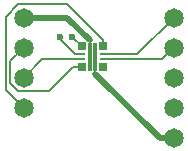
<source format=gbr>
%TF.GenerationSoftware,KiCad,Pcbnew,8.0.6*%
%TF.CreationDate,2025-01-14T14:57:28-07:00*%
%TF.ProjectId,IdealDiodeBoard,49646561-6c44-4696-9f64-65426f617264,rev?*%
%TF.SameCoordinates,Original*%
%TF.FileFunction,Copper,L2,Bot*%
%TF.FilePolarity,Positive*%
%FSLAX46Y46*%
G04 Gerber Fmt 4.6, Leading zero omitted, Abs format (unit mm)*
G04 Created by KiCad (PCBNEW 8.0.6) date 2025-01-14 14:57:28*
%MOMM*%
%LPD*%
G01*
G04 APERTURE LIST*
G04 Aperture macros list*
%AMFreePoly0*
4,1,5,0.300000,-0.325000,-0.300000,-0.325000,-0.300000,0.325000,0.300000,0.325000,0.300000,-0.325000,0.300000,-0.325000,$1*%
G04 Aperture macros list end*
%TA.AperFunction,ComponentPad*%
%ADD10C,1.650000*%
%TD*%
%TA.AperFunction,SMDPad,CuDef*%
%ADD11FreePoly0,0.000000*%
%TD*%
%TA.AperFunction,SMDPad,CuDef*%
%ADD12R,0.599999X0.249999*%
%TD*%
%TA.AperFunction,SMDPad,CuDef*%
%ADD13R,0.299999X2.400000*%
%TD*%
%TA.AperFunction,ViaPad*%
%ADD14C,0.600000*%
%TD*%
%TA.AperFunction,Conductor*%
%ADD15C,0.500000*%
%TD*%
%TA.AperFunction,Conductor*%
%ADD16C,0.200000*%
%TD*%
G04 APERTURE END LIST*
D10*
%TO.P,J1,1*%
%TO.N,/OUT*%
X134620000Y-99060000D03*
%TO.P,J1,2*%
%TO.N,/PGTH*%
X134620000Y-96520000D03*
%TO.P,J1,3*%
%TO.N,/PG*%
X134620000Y-93980000D03*
%TO.P,J1,4*%
%TO.N,/IMON*%
X134620000Y-91440000D03*
%TO.P,J1,5*%
%TO.N,/GND*%
X134620000Y-88900000D03*
%TD*%
%TO.P,J2,1*%
%TO.N,/dVdt*%
X121920000Y-96520000D03*
%TO.P,J2,2*%
%TO.N,/OVLO*%
X121920000Y-93980000D03*
%TO.P,J2,3*%
%TO.N,/EN_UVLO*%
X121920000Y-91440000D03*
%TO.P,J2,4*%
%TO.N,/IN*%
X121920000Y-88900000D03*
%TD*%
D11*
%TO.P,U1,1,EN_UVLO*%
%TO.N,/EN_UVLO*%
X126848740Y-93062718D03*
D12*
%TO.P,U1,2,OVLO*%
%TO.N,/OVLO*%
X126850000Y-92414999D03*
%TO.P,U1,3,PG*%
%TO.N,/PG*%
X126850000Y-91964997D03*
D11*
%TO.P,U1,4,PGTH*%
%TO.N,/PGTH*%
X126851364Y-91318236D03*
D13*
%TO.P,U1,5,IN*%
%TO.N,/IN*%
X127500001Y-92189998D03*
%TO.P,U1,6,OUT*%
%TO.N,/OUT*%
X128000001Y-92189998D03*
D11*
%TO.P,U1,7,dVdt*%
%TO.N,/dVdt*%
X128645120Y-91315916D03*
D12*
%TO.P,U1,8,GND*%
%TO.N,/GND*%
X128650002Y-91964997D03*
%TO.P,U1,9,IMON*%
%TO.N,/IMON*%
X128650002Y-92414999D03*
D11*
%TO.P,U1,10,NC*%
%TO.N,unconnected-(U1-NC-Pad10)*%
X128648311Y-93062718D03*
%TD*%
D14*
%TO.N,/PG*%
X125000000Y-90500000D03*
%TO.N,/PGTH*%
X126000000Y-90500000D03*
%TD*%
D15*
%TO.N,/OUT*%
X133420001Y-99060000D02*
X134620000Y-99060000D01*
D16*
X127999998Y-92189998D02*
X127999998Y-93639997D01*
D15*
X127999998Y-93639997D02*
X133420001Y-99060000D01*
D16*
%TO.N,/GND*%
X131555003Y-91964997D02*
X134620000Y-88900000D01*
X128649999Y-91964997D02*
X131555003Y-91964997D01*
%TO.N,/IMON*%
X133645001Y-92414999D02*
X134620000Y-91440000D01*
X128649999Y-92414999D02*
X133645001Y-92414999D01*
%TO.N,/PG*%
X125000000Y-90691872D02*
X126273125Y-91964997D01*
X125000000Y-90500000D02*
X125000000Y-90691872D01*
X126273125Y-91964997D02*
X126850000Y-91964997D01*
%TO.N,/PGTH*%
X126000000Y-90500000D02*
X126033128Y-90500000D01*
X126033128Y-90500000D02*
X126851364Y-91318236D01*
%TO.N,/OVLO*%
X123485001Y-92414999D02*
X121920000Y-93980000D01*
X126849997Y-92414999D02*
X123485001Y-92414999D01*
D15*
%TO.N,/IN*%
X125610000Y-88900000D02*
X121920000Y-88900000D01*
X127499998Y-90789998D02*
X125610000Y-88900000D01*
D16*
X127499998Y-92189998D02*
X127499998Y-90789998D01*
%TO.N,/dVdt*%
X120395000Y-94995000D02*
X120395000Y-88834009D01*
X121454009Y-87775000D02*
X125629204Y-87775000D01*
X128645120Y-90790916D02*
X128645120Y-91315916D01*
X120395000Y-88834009D02*
X121454009Y-87775000D01*
X125629204Y-87775000D02*
X128645120Y-90790916D01*
X121920000Y-96520000D02*
X120395000Y-94995000D01*
%TO.N,/EN_UVLO*%
X121454009Y-95105000D02*
X124034999Y-95105000D01*
X120795000Y-92565000D02*
X120795000Y-94445991D01*
X124034999Y-95105000D02*
X126077281Y-93062718D01*
X126077281Y-93062718D02*
X126848740Y-93062718D01*
X120795000Y-94445991D02*
X121454009Y-95105000D01*
X121920000Y-91440000D02*
X120795000Y-92565000D01*
%TD*%
M02*

</source>
